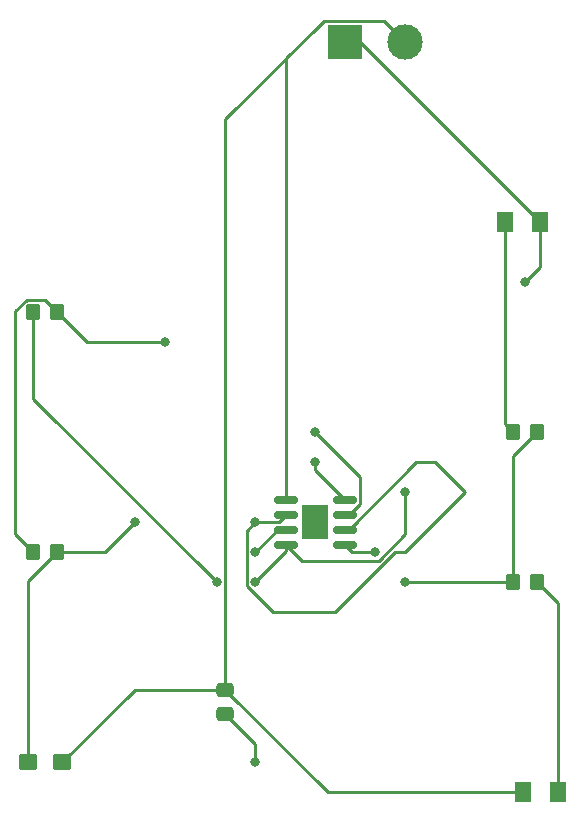
<source format=gbr>
%TF.GenerationSoftware,KiCad,Pcbnew,(6.0.10)*%
%TF.CreationDate,2023-02-17T15:23:00-08:00*%
%TF.ProjectId,Exercise 2 lab 6,45786572-6369-4736-9520-32206c616220,rev?*%
%TF.SameCoordinates,Original*%
%TF.FileFunction,Copper,L1,Top*%
%TF.FilePolarity,Positive*%
%FSLAX46Y46*%
G04 Gerber Fmt 4.6, Leading zero omitted, Abs format (unit mm)*
G04 Created by KiCad (PCBNEW (6.0.10)) date 2023-02-17 15:23:00*
%MOMM*%
%LPD*%
G01*
G04 APERTURE LIST*
G04 Aperture macros list*
%AMRoundRect*
0 Rectangle with rounded corners*
0 $1 Rounding radius*
0 $2 $3 $4 $5 $6 $7 $8 $9 X,Y pos of 4 corners*
0 Add a 4 corners polygon primitive as box body*
4,1,4,$2,$3,$4,$5,$6,$7,$8,$9,$2,$3,0*
0 Add four circle primitives for the rounded corners*
1,1,$1+$1,$2,$3*
1,1,$1+$1,$4,$5*
1,1,$1+$1,$6,$7*
1,1,$1+$1,$8,$9*
0 Add four rect primitives between the rounded corners*
20,1,$1+$1,$2,$3,$4,$5,0*
20,1,$1+$1,$4,$5,$6,$7,0*
20,1,$1+$1,$6,$7,$8,$9,0*
20,1,$1+$1,$8,$9,$2,$3,0*%
G04 Aperture macros list end*
%TA.AperFunction,SMDPad,CuDef*%
%ADD10RoundRect,0.250001X-0.462499X-0.624999X0.462499X-0.624999X0.462499X0.624999X-0.462499X0.624999X0*%
%TD*%
%TA.AperFunction,SMDPad,CuDef*%
%ADD11RoundRect,0.250000X-0.350000X-0.450000X0.350000X-0.450000X0.350000X0.450000X-0.350000X0.450000X0*%
%TD*%
%TA.AperFunction,SMDPad,CuDef*%
%ADD12RoundRect,0.250000X-0.537500X-0.425000X0.537500X-0.425000X0.537500X0.425000X-0.537500X0.425000X0*%
%TD*%
%TA.AperFunction,ComponentPad*%
%ADD13R,3.000000X3.000000*%
%TD*%
%TA.AperFunction,ComponentPad*%
%ADD14C,3.000000*%
%TD*%
%TA.AperFunction,SMDPad,CuDef*%
%ADD15RoundRect,0.250000X0.475000X-0.337500X0.475000X0.337500X-0.475000X0.337500X-0.475000X-0.337500X0*%
%TD*%
%TA.AperFunction,SMDPad,CuDef*%
%ADD16RoundRect,0.150000X-0.825000X-0.150000X0.825000X-0.150000X0.825000X0.150000X-0.825000X0.150000X0*%
%TD*%
%TA.AperFunction,SMDPad,CuDef*%
%ADD17R,2.290000X3.000000*%
%TD*%
%TA.AperFunction,ViaPad*%
%ADD18C,0.800000*%
%TD*%
%TA.AperFunction,Conductor*%
%ADD19C,0.250000*%
%TD*%
G04 APERTURE END LIST*
D10*
%TO.P,D1,1,K*%
%TO.N,Net-(D1-Pad1)*%
X132902500Y-73660000D03*
%TO.P,D1,2,A*%
%TO.N,+9V*%
X135877500Y-73660000D03*
%TD*%
%TO.P,D2,1,K*%
%TO.N,GND*%
X134420000Y-121920000D03*
%TO.P,D2,2,A*%
%TO.N,Net-(D2-Pad2)*%
X137395000Y-121920000D03*
%TD*%
D11*
%TO.P,R2,1*%
%TO.N,/pin_7*%
X92980000Y-101600000D03*
%TO.P,R2,2*%
%TO.N,/pin_2*%
X94980000Y-101600000D03*
%TD*%
D12*
%TO.P,C1,1*%
%TO.N,/pin_2*%
X92542500Y-119380000D03*
%TO.P,C1,2*%
%TO.N,GND*%
X95417500Y-119380000D03*
%TD*%
D11*
%TO.P,R4,1*%
%TO.N,/pin_3*%
X133620000Y-104140000D03*
%TO.P,R4,2*%
%TO.N,Net-(D2-Pad2)*%
X135620000Y-104140000D03*
%TD*%
D13*
%TO.P,J1,1,Pin_1*%
%TO.N,+9V*%
X119380000Y-58420000D03*
D14*
%TO.P,J1,2,Pin_2*%
%TO.N,GND*%
X124460000Y-58420000D03*
%TD*%
D15*
%TO.P,C2,1*%
%TO.N,Net-(C2-Pad1)*%
X109220000Y-115337500D03*
%TO.P,C2,2*%
%TO.N,GND*%
X109220000Y-113262500D03*
%TD*%
D16*
%TO.P,U1,1,GND*%
%TO.N,GND*%
X114365000Y-97155000D03*
%TO.P,U1,2,TR*%
%TO.N,/pin_2*%
X114365000Y-98425000D03*
%TO.P,U1,3,Q*%
%TO.N,/pin_3*%
X114365000Y-99695000D03*
%TO.P,U1,4,R*%
%TO.N,+9V*%
X114365000Y-100965000D03*
%TO.P,U1,5,CV*%
%TO.N,Net-(C2-Pad1)*%
X119315000Y-100965000D03*
%TO.P,U1,6,THR*%
%TO.N,/pin_2*%
X119315000Y-99695000D03*
%TO.P,U1,7,DIS*%
%TO.N,/pin_7*%
X119315000Y-98425000D03*
%TO.P,U1,8,VCC*%
%TO.N,+9V*%
X119315000Y-97155000D03*
D17*
%TO.P,U1,9*%
%TO.N,N/C*%
X116840000Y-99060000D03*
%TD*%
D11*
%TO.P,R3,1*%
%TO.N,Net-(D1-Pad1)*%
X133620000Y-91440000D03*
%TO.P,R3,2*%
%TO.N,/pin_3*%
X135620000Y-91440000D03*
%TD*%
%TO.P,R1,1*%
%TO.N,+9V*%
X92980000Y-81280000D03*
%TO.P,R1,2*%
%TO.N,/pin_7*%
X94980000Y-81280000D03*
%TD*%
D18*
%TO.N,/pin_2*%
X111760000Y-99060000D03*
X101600000Y-99060000D03*
%TO.N,Net-(C2-Pad1)*%
X111760000Y-119380000D03*
X121920000Y-101600000D03*
%TO.N,+9V*%
X124460000Y-96520000D03*
X108495500Y-104140000D03*
X116840000Y-93980000D03*
X111760000Y-104140000D03*
X134620000Y-78740000D03*
%TO.N,/pin_7*%
X116840000Y-91440000D03*
X104140000Y-83820000D03*
%TO.N,/pin_3*%
X124460000Y-104140000D03*
X111760000Y-101600000D03*
%TD*%
D19*
%TO.N,/pin_2*%
X111035000Y-99785000D02*
X111760000Y-99060000D01*
X111035000Y-104440305D02*
X111035000Y-99785000D01*
X113274695Y-106680000D02*
X111035000Y-104440305D01*
X123581701Y-101600000D02*
X118501701Y-106680000D01*
X124460000Y-101600000D02*
X123581701Y-101600000D01*
X129540000Y-96520000D02*
X124460000Y-101600000D01*
X127000000Y-93980000D02*
X129540000Y-96520000D01*
X118501701Y-106680000D02*
X113274695Y-106680000D01*
X125406751Y-93980000D02*
X127000000Y-93980000D01*
X119315000Y-99695000D02*
X119691751Y-99695000D01*
X119691751Y-99695000D02*
X125406751Y-93980000D01*
%TO.N,/pin_7*%
X91440000Y-81206827D02*
X91440000Y-100060000D01*
X92391827Y-80255000D02*
X91440000Y-81206827D01*
X93955000Y-80255000D02*
X92391827Y-80255000D01*
X94980000Y-81280000D02*
X93955000Y-80255000D01*
X91440000Y-100060000D02*
X92980000Y-101600000D01*
%TO.N,/pin_2*%
X94980000Y-101600000D02*
X99060000Y-101600000D01*
X92542500Y-119380000D02*
X92542500Y-104037500D01*
X99060000Y-101600000D02*
X101600000Y-99060000D01*
X92542500Y-104037500D02*
X94980000Y-101600000D01*
X113730000Y-99060000D02*
X114365000Y-98425000D01*
X111760000Y-99060000D02*
X113730000Y-99060000D01*
%TO.N,GND*%
X114365000Y-59785000D02*
X117555000Y-56595000D01*
X122635000Y-56595000D02*
X117555000Y-56595000D01*
X101535000Y-113262500D02*
X95417500Y-119380000D01*
X117555000Y-56595000D02*
X109220000Y-64930000D01*
X134420000Y-121920000D02*
X117877500Y-121920000D01*
X114365000Y-97155000D02*
X114365000Y-59785000D01*
X109220000Y-64930000D02*
X109220000Y-113262500D01*
X117877500Y-121920000D02*
X109220000Y-113262500D01*
X124460000Y-58420000D02*
X122635000Y-56595000D01*
X109220000Y-113262500D02*
X101535000Y-113262500D01*
%TO.N,Net-(C2-Pad1)*%
X119950000Y-101600000D02*
X119315000Y-100965000D01*
X111760000Y-117877500D02*
X111760000Y-119380000D01*
X109220000Y-115337500D02*
X111760000Y-117877500D01*
X121920000Y-101600000D02*
X119950000Y-101600000D01*
%TO.N,Net-(D1-Pad1)*%
X132902500Y-73660000D02*
X132902500Y-90722500D01*
X132902500Y-90722500D02*
X133620000Y-91440000D01*
%TO.N,+9V*%
X115725000Y-102325000D02*
X122220305Y-102325000D01*
X135877500Y-73660000D02*
X120637500Y-58420000D01*
X92980000Y-81280000D02*
X92980000Y-88624500D01*
X124460000Y-100085305D02*
X124460000Y-96520000D01*
X92980000Y-88624500D02*
X108495500Y-104140000D01*
X120637500Y-58420000D02*
X119380000Y-58420000D01*
X135877500Y-73660000D02*
X135877500Y-77482500D01*
X111760000Y-104140000D02*
X114365000Y-101535000D01*
X114365000Y-101535000D02*
X114365000Y-100965000D01*
X116840000Y-94680000D02*
X119315000Y-97155000D01*
X135877500Y-77482500D02*
X134620000Y-78740000D01*
X122220305Y-102325000D02*
X124460000Y-100085305D01*
X114365000Y-100965000D02*
X115725000Y-102325000D01*
X116840000Y-93980000D02*
X116840000Y-94680000D01*
%TO.N,Net-(D2-Pad2)*%
X137395000Y-105915000D02*
X135620000Y-104140000D01*
X137395000Y-121920000D02*
X137395000Y-105915000D01*
%TO.N,/pin_7*%
X104140000Y-83820000D02*
X97520000Y-83820000D01*
X120615000Y-97501751D02*
X120615000Y-95215000D01*
X119315000Y-98425000D02*
X119691751Y-98425000D01*
X120615000Y-95215000D02*
X116840000Y-91440000D01*
X119691751Y-98425000D02*
X120615000Y-97501751D01*
X97520000Y-83820000D02*
X94980000Y-81280000D01*
%TO.N,/pin_3*%
X135620000Y-91440000D02*
X133620000Y-93440000D01*
X113665000Y-99695000D02*
X114365000Y-99695000D01*
X111760000Y-101600000D02*
X113665000Y-99695000D01*
X133620000Y-104140000D02*
X124460000Y-104140000D01*
X133620000Y-93440000D02*
X133620000Y-104140000D01*
%TD*%
M02*

</source>
